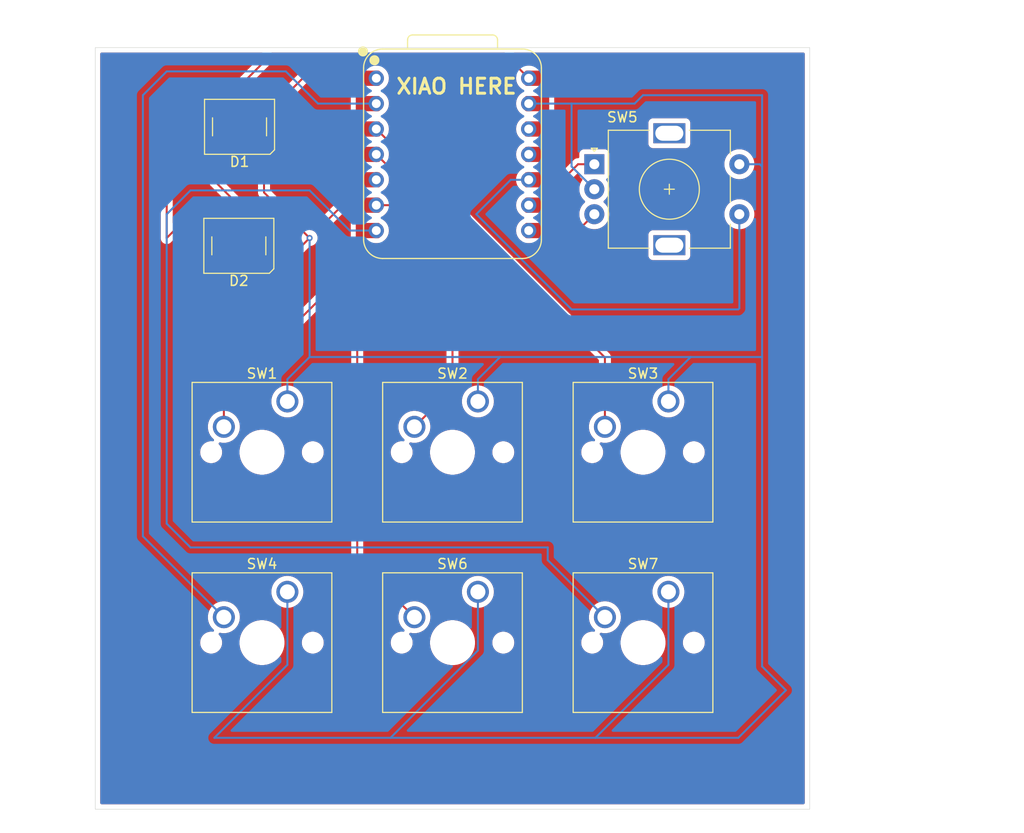
<source format=kicad_pcb>
(kicad_pcb (version 20241229) (generator "pcbnew") (generator_version "9.0")
  (layers (0 "F.Cu" signal) (2 "B.Cu" signal) (13 "F.Paste" user) (15 "B.Paste" user) (5 "F.SilkS" user "F.Silkscreen") (7 "B.SilkS" user "B.Silkscreen") (1 "F.Mask" user) (3 "B.Mask" user) (25 "Edge.Cuts" user))
  (net 0 "")
  (net 1 "GND")
  (net 2 "Net-(D1-DOUT)")
  (net 3 "Net-(D1-DIN)")
  (net 4 "+5V")
  (net 6 "Net-(U1-GPIO6{slash}SDA)")
  (net 7 "Net-(U1-GPIO29{slash}ADC3{slash}A3)")
  (net 8 "Net-(U1-GPIO28{slash}ADC2{slash}A2)")
  (net 9 "Net-(U1-GPIO27{slash}ADC1{slash}A1)")
  (net 10 "Net-(U1-GPIO1{slash}RX)")
  (net 11 "Net-(U1-GPIO4{slash}MISO)")
  (net 12 "Net-(U1-GPIO2{slash}SCK)")
  (net 13 "Net-(U1-GPIO7{slash}SCL)")
  (net 14 "Net-(U1-GPIO0{slash}TX)")
  (footprint "Rotary_Encoder:RotaryEncoder_Alps_EC11E-Switch_Vertical_H20mm" (layer "F.Cu") (at 147.53125 61.675)
    (property "Reference" "SW5" (at 2.8 -4.7 0) (layer "F.SilkS"))
    (property "Value" "RotaryEncoder_Switch")
    (fp_line (start -0.3 -1.6) (end 0.3 -1.6) (stroke (width 0.12)) (layer "F.SilkS"))
    (fp_line (start 0 -1.3) (end -0.3 -1.6) (stroke (width 0.12)) (layer "F.SilkS"))
    (fp_line (start 0.3 -1.6) (end 0 -1.3) (stroke (width 0.12)) (layer "F.SilkS"))
    (fp_line (start 1.4 -3.4) (end 1.4 8.4) (stroke (width 0.12)) (layer "F.SilkS"))
    (fp_line (start 5.5 -3.4) (end 1.4 -3.4) (stroke (width 0.12)) (layer "F.SilkS"))
    (fp_line (start 5.5 8.4) (end 1.4 8.4) (stroke (width 0.12)) (layer "F.SilkS"))
    (fp_line (start 7 2.5) (end 8 2.5) (stroke (width 0.12)) (layer "F.SilkS"))
    (fp_line (start 7.5 2) (end 7.5 3) (stroke (width 0.12)) (layer "F.SilkS"))
    (fp_line (start 9.5 -3.4) (end 13.6 -3.4) (stroke (width 0.12)) (layer "F.SilkS"))
    (fp_line (start 13.6 -3.4) (end 13.6 -1) (stroke (width 0.12)) (layer "F.SilkS"))
    (fp_line (start 13.6 1.2) (end 13.6 3.8) (stroke (width 0.12)) (layer "F.SilkS"))
    (fp_line (start 13.6 6) (end 13.6 8.4) (stroke (width 0.12)) (layer "F.SilkS"))
    (fp_line (start 13.6 8.4) (end 9.5 8.4) (stroke (width 0.12)) (layer "F.SilkS"))
    (fp_circle (center 7.5 2.5) (end 10.5 2.5) (stroke (width 0.12)) (fill no) (layer "F.SilkS"))
    (pad "A" thru_hole rect (at 0 0) (size 2 2) (drill 1) (layers "*.Cu" "*.Mask") (net 12 "Net-(U1-GPIO2{slash}SCK)"))
    (pad "B" thru_hole circle (at 0 5) (size 2 2) (drill 1) (layers "*.Cu" "*.Mask") (net 10 "Net-(U1-GPIO1{slash}RX)"))
    (pad "C" thru_hole circle (at 0 2.5) (size 2 2) (drill 1) (layers "*.Cu" "*.Mask") (net 1 "GND"))
    (pad "MP" thru_hole rect (at 7.5 -3.1) (size 3.2 2) (drill oval 2.8 1.5) (layers "*.Cu" "*.Mask"))
    (pad "MP" thru_hole rect (at 7.5 8.1) (size 3.2 2) (drill oval 2.8 1.5) (layers "*.Cu" "*.Mask"))
    (pad "S1" thru_hole circle (at 14.5 5) (size 2 2) (drill 1) (layers "*.Cu" "*.Mask") (net 11 "Net-(U1-GPIO4{slash}MISO)"))
    (pad "S2" thru_hole circle (at 14.5 0) (size 2 2) (drill 1) (layers "*.Cu" "*.Mask") (net 1 "GND"))
  )
  (footprint "Button_Switch_Keyboard:SW_Cherry_MX_1.00u_PCB" (layer "F.Cu") (at 135.89 104.4575)
    (property "Reference" "SW6" (at -2.54 -2.794 0) (layer "F.SilkS"))
    (property "Value" "SW_Push")
    (fp_line (start -9.525 -1.905) (end 4.445 -1.905) (stroke (width 0.12)) (layer "F.SilkS"))
    (fp_line (start -9.525 12.065) (end -9.525 -1.905) (stroke (width 0.12)) (layer "F.SilkS"))
    (fp_line (start 4.445 -1.905) (end 4.445 12.065) (stroke (width 0.12)) (layer "F.SilkS"))
    (fp_line (start 4.445 12.065) (end -9.525 12.065) (stroke (width 0.12)) (layer "F.SilkS"))
    (pad "" np_thru_hole circle (at -7.62 5.08) (size 1.7 1.7) (drill 1.7) (layers "*.Cu" "*.Mask"))
    (pad "" np_thru_hole circle (at -2.54 5.08) (size 4 4) (drill 4) (layers "*.Cu" "*.Mask"))
    (pad "" np_thru_hole circle (at 2.54 5.08) (size 1.7 1.7) (drill 1.7) (layers "*.Cu" "*.Mask"))
    (pad "1" thru_hole circle (at 0 0) (size 2.2 2.2) (drill 1.5) (layers "*.Cu" "*.Mask") (net 1 "GND"))
    (pad "2" thru_hole circle (at -6.35 2.54) (size 2.2 2.2) (drill 1.5) (layers "*.Cu" "*.Mask") (net 13 "Net-(U1-GPIO7{slash}SCL)"))
  )
  (footprint "Button_Switch_Keyboard:SW_Cherry_MX_1.00u_PCB" (layer "F.Cu") (at 154.94 85.4075)
    (property "Reference" "SW3" (at -2.54 -2.794 0) (layer "F.SilkS"))
    (property "Value" "SW_Push")
    (fp_line (start -9.525 -1.905) (end 4.445 -1.905) (stroke (width 0.12)) (layer "F.SilkS"))
    (fp_line (start -9.525 12.065) (end -9.525 -1.905) (stroke (width 0.12)) (layer "F.SilkS"))
    (fp_line (start 4.445 -1.905) (end 4.445 12.065) (stroke (width 0.12)) (layer "F.SilkS"))
    (fp_line (start 4.445 12.065) (end -9.525 12.065) (stroke (width 0.12)) (layer "F.SilkS"))
    (pad "" np_thru_hole circle (at -7.62 5.08) (size 1.7 1.7) (drill 1.7) (layers "*.Cu" "*.Mask"))
    (pad "" np_thru_hole circle (at -2.54 5.08) (size 4 4) (drill 4) (layers "*.Cu" "*.Mask"))
    (pad "" np_thru_hole circle (at 2.54 5.08) (size 1.7 1.7) (drill 1.7) (layers "*.Cu" "*.Mask"))
    (pad "1" thru_hole circle (at 0 0) (size 2.2 2.2) (drill 1.5) (layers "*.Cu" "*.Mask") (net 1 "GND"))
    (pad "2" thru_hole circle (at -6.35 2.54) (size 2.2 2.2) (drill 1.5) (layers "*.Cu" "*.Mask") (net 8 "Net-(U1-GPIO28{slash}ADC2{slash}A2)"))
  )
  (footprint "LED_SMD:LED_SK6812_PLCC4_5.0x5.0mm_P3.2mm" (layer "F.Cu") (at 112.05625 57.93125 180)
    (property "Reference" "D1" (at 0 -3.5 0) (layer "F.SilkS"))
    (property "Value" "SK6812")
    (fp_line (start 3.5 2.75) (end 3.5 -2.75) (stroke (width 0.12)) (layer "F.SilkS"))
    (fp_line (start 3.5 2.75) (end -3.5 2.75) (stroke (width 0.12)) (layer "F.SilkS"))
    (fp_line (start 3.5 -2.75) (end -3.05 -2.75) (stroke (width 0.12)) (layer "F.SilkS"))
    (fp_line (start 2.7 -0.9) (end 2.7 0.9) (stroke (width 0.12)) (layer "F.SilkS"))
    (fp_line (start -2.7 -0.9) (end -2.7 0.9) (stroke (width 0.12)) (layer "F.SilkS"))
    (fp_line (start -3.05 -2.75) (end -3.5 -2.3) (stroke (width 0.12)) (layer "F.SilkS"))
    (fp_line (start -3.5 -2.3) (end -3.5 2.75) (stroke (width 0.12)) (layer "F.SilkS"))
    (pad "1" smd rect (at -2.45 -1.6) (size 1.5 1) (layers "F.Cu" "F.Mask" "F.Paste") (net 1 "GND"))
    (pad "2" smd rect (at -2.45 1.6) (size 1.5 1) (layers "F.Cu" "F.Mask" "F.Paste") (net 3 "Net-(D1-DIN)"))
    (pad "3" smd rect (at 2.45 1.6) (size 1.5 1) (layers "F.Cu" "F.Mask" "F.Paste") (net 4 "+5V"))
    (pad "4" smd rect (at 2.45 -1.6) (size 1.5 1) (layers "F.Cu" "F.Mask" "F.Paste") (net 2 "Net-(D1-DOUT)"))
  )
  (footprint "Button_Switch_Keyboard:SW_Cherry_MX_1.00u_PCB" (layer "F.Cu") (at 116.84 85.4075)
    (property "Reference" "SW1" (at -2.54 -2.794 0) (layer "F.SilkS"))
    (property "Value" "SW_Push")
    (fp_line (start -9.525 -1.905) (end 4.445 -1.905) (stroke (width 0.12)) (layer "F.SilkS"))
    (fp_line (start -9.525 12.065) (end -9.525 -1.905) (stroke (width 0.12)) (layer "F.SilkS"))
    (fp_line (start 4.445 -1.905) (end 4.445 12.065) (stroke (width 0.12)) (layer "F.SilkS"))
    (fp_line (start 4.445 12.065) (end -9.525 12.065) (stroke (width 0.12)) (layer "F.SilkS"))
    (pad "" np_thru_hole circle (at -7.62 5.08) (size 1.7 1.7) (drill 1.7) (layers "*.Cu" "*.Mask"))
    (pad "" np_thru_hole circle (at -2.54 5.08) (size 4 4) (drill 4) (layers "*.Cu" "*.Mask"))
    (pad "" np_thru_hole circle (at 2.54 5.08) (size 1.7 1.7) (drill 1.7) (layers "*.Cu" "*.Mask"))
    (pad "1" thru_hole circle (at 0 0) (size 2.2 2.2) (drill 1.5) (layers "*.Cu" "*.Mask") (net 1 "GND"))
    (pad "2" thru_hole circle (at -6.35 2.54) (size 2.2 2.2) (drill 1.5) (layers "*.Cu" "*.Mask") (net 6 "Net-(U1-GPIO6{slash}SDA)"))
  )
  (footprint "Button_Switch_Keyboard:SW_Cherry_MX_1.00u_PCB" (layer "F.Cu") (at 116.84 104.4575)
    (property "Reference" "SW4" (at -2.54 -2.794 0) (layer "F.SilkS"))
    (property "Value" "SW_Push")
    (fp_line (start -9.525 -1.905) (end 4.445 -1.905) (stroke (width 0.12)) (layer "F.SilkS"))
    (fp_line (start -9.525 12.065) (end -9.525 -1.905) (stroke (width 0.12)) (layer "F.SilkS"))
    (fp_line (start 4.445 -1.905) (end 4.445 12.065) (stroke (width 0.12)) (layer "F.SilkS"))
    (fp_line (start 4.445 12.065) (end -9.525 12.065) (stroke (width 0.12)) (layer "F.SilkS"))
    (pad "" np_thru_hole circle (at -7.62 5.08) (size 1.7 1.7) (drill 1.7) (layers "*.Cu" "*.Mask"))
    (pad "" np_thru_hole circle (at -2.54 5.08) (size 4 4) (drill 4) (layers "*.Cu" "*.Mask"))
    (pad "" np_thru_hole circle (at 2.54 5.08) (size 1.7 1.7) (drill 1.7) (layers "*.Cu" "*.Mask"))
    (pad "1" thru_hole circle (at 0 0) (size 2.2 2.2) (drill 1.5) (layers "*.Cu" "*.Mask") (net 1 "GND"))
    (pad "2" thru_hole circle (at -6.35 2.54) (size 2.2 2.2) (drill 1.5) (layers "*.Cu" "*.Mask") (net 9 "Net-(U1-GPIO27{slash}ADC1{slash}A1)"))
  )
  (footprint "LED_SMD:LED_SK6812_PLCC4_5.0x5.0mm_P3.2mm" (layer "F.Cu") (at 111.9875 69.8375 180)
    (property "Reference" "D2" (at 0 -3.5 0) (layer "F.SilkS"))
    (property "Value" "SK6812")
    (fp_line (start 3.5 2.75) (end 3.5 -2.75) (stroke (width 0.12)) (layer "F.SilkS"))
    (fp_line (start 3.5 2.75) (end -3.5 2.75) (stroke (width 0.12)) (layer "F.SilkS"))
    (fp_line (start 3.5 -2.75) (end -3.05 -2.75) (stroke (width 0.12)) (layer "F.SilkS"))
    (fp_line (start 2.7 -0.9) (end 2.7 0.9) (stroke (width 0.12)) (layer "F.SilkS"))
    (fp_line (start -2.7 -0.9) (end -2.7 0.9) (stroke (width 0.12)) (layer "F.SilkS"))
    (fp_line (start -3.05 -2.75) (end -3.5 -2.3) (stroke (width 0.12)) (layer "F.SilkS"))
    (fp_line (start -3.5 -2.3) (end -3.5 2.75) (stroke (width 0.12)) (layer "F.SilkS"))
    (pad "1" smd rect (at -2.45 -1.6) (size 1.5 1) (layers "F.Cu" "F.Mask" "F.Paste") (net 1 "GND"))
    (pad "2" smd rect (at -2.45 1.6) (size 1.5 1) (layers "F.Cu" "F.Mask" "F.Paste") (net 2 "Net-(D1-DOUT)"))
    (pad "3" smd rect (at 2.45 1.6) (size 1.5 1) (layers "F.Cu" "F.Mask" "F.Paste") (net 4 "+5V"))
    (pad "4" smd rect (at 2.45 -1.6) (size 1.5 1) (layers "F.Cu" "F.Mask" "F.Paste"))
  )
  (footprint "Button_Switch_Keyboard:SW_Cherry_MX_1.00u_PCB" (layer "F.Cu") (at 135.89 85.4075)
    (property "Reference" "SW2" (at -2.54 -2.794 0) (layer "F.SilkS"))
    (property "Value" "SW_Push")
    (fp_line (start -9.525 -1.905) (end 4.445 -1.905) (stroke (width 0.12)) (layer "F.SilkS"))
    (fp_line (start -9.525 12.065) (end -9.525 -1.905) (stroke (width 0.12)) (layer "F.SilkS"))
    (fp_line (start 4.445 -1.905) (end 4.445 12.065) (stroke (width 0.12)) (layer "F.SilkS"))
    (fp_line (start 4.445 12.065) (end -9.525 12.065) (stroke (width 0.12)) (layer "F.SilkS"))
    (pad "" np_thru_hole circle (at -7.62 5.08) (size 1.7 1.7) (drill 1.7) (layers "*.Cu" "*.Mask"))
    (pad "" np_thru_hole circle (at -2.54 5.08) (size 4 4) (drill 4) (layers "*.Cu" "*.Mask"))
    (pad "" np_thru_hole circle (at 2.54 5.08) (size 1.7 1.7) (drill 1.7) (layers "*.Cu" "*.Mask"))
    (pad "1" thru_hole circle (at 0 0) (size 2.2 2.2) (drill 1.5) (layers "*.Cu" "*.Mask") (net 1 "GND"))
    (pad "2" thru_hole circle (at -6.35 2.54) (size 2.2 2.2) (drill 1.5) (layers "*.Cu" "*.Mask") (net 7 "Net-(U1-GPIO29{slash}ADC3{slash}A3)"))
  )
  (footprint "Button_Switch_Keyboard:SW_Cherry_MX_1.00u_PCB" (layer "F.Cu") (at 154.94 104.4575)
    (property "Reference" "SW7" (at -2.54 -2.794 0) (layer "F.SilkS"))
    (property "Value" "SW_Push")
    (fp_line (start -9.525 -1.905) (end 4.445 -1.905) (stroke (width 0.12)) (layer "F.SilkS"))
    (fp_line (start -9.525 12.065) (end -9.525 -1.905) (stroke (width 0.12)) (layer "F.SilkS"))
    (fp_line (start 4.445 -1.905) (end 4.445 12.065) (stroke (width 0.12)) (layer "F.SilkS"))
    (fp_line (start 4.445 12.065) (end -9.525 12.065) (stroke (width 0.12)) (layer "F.SilkS"))
    (pad "" np_thru_hole circle (at -7.62 5.08) (size 1.7 1.7) (drill 1.7) (layers "*.Cu" "*.Mask"))
    (pad "" np_thru_hole circle (at -2.54 5.08) (size 4 4) (drill 4) (layers "*.Cu" "*.Mask"))
    (pad "" np_thru_hole circle (at 2.54 5.08) (size 1.7 1.7) (drill 1.7) (layers "*.Cu" "*.Mask"))
    (pad "1" thru_hole circle (at 0 0) (size 2.2 2.2) (drill 1.5) (layers "*.Cu" "*.Mask") (net 1 "GND"))
    (pad "2" thru_hole circle (at -6.35 2.54) (size 2.2 2.2) (drill 1.5) (layers "*.Cu" "*.Mask") (net 14 "Net-(U1-GPIO0{slash}TX)"))
  )
  (footprint "OPL:XIAO-RP2040-DIP" (layer "F.Cu") (at 133.35 60.69)
    (property "Reference" "U1" (hide yes))
    (property "Value" "XIAO-RP2040-DIP")
    (fp_line (start -8.89 8.509) (end -8.89 -8.636) (stroke (width 0.127)) (layer "F.SilkS"))
    (fp_line (start -6.985 10.414) (end 6.985 10.414) (stroke (width 0.127)) (layer "F.SilkS"))
    (fp_line (start -4.495 -10.541) (end -4.491272 -11.451272) (stroke (width 0.127)) (layer "F.SilkS"))
    (fp_line (start -3.991272 -11.951) (end 4.004 -11.951) (stroke (width 0.127)) (layer "F.SilkS"))
    (fp_line (start 4.504 -11.451) (end 4.504 -10.541) (stroke (width 0.127)) (layer "F.SilkS"))
    (fp_line (start 6.985 -10.541) (end -6.985 -10.541) (stroke (width 0.1)) (layer "F.SilkS"))
    (fp_line (start 6.985 -10.541) (end -6.985 -10.541) (stroke (width 0.127)) (layer "F.SilkS"))
    (fp_line (start 8.89 8.509) (end 8.89 -8.636) (stroke (width 0.127)) (layer "F.SilkS"))
    (fp_arc (start -8.89 -8.636) (mid -8.332038 -9.983038) (end -6.985 -10.541) (stroke (width 0.127)) (layer "F.SilkS"))
    (fp_arc (start -6.985 10.414) (mid -8.332038 9.856038) (end -8.89 8.509) (stroke (width 0.127)) (layer "F.SilkS"))
    (fp_arc (start -4.491272 -11.451272) (mid -4.344728 -11.80464) (end -3.991272 -11.951) (stroke (width 0.127)) (layer "F.SilkS"))
    (fp_arc (start 4.004 -11.951) (mid 4.357553 -11.804553) (end 4.504 -11.451) (stroke (width 0.127)) (layer "F.SilkS"))
    (fp_arc (start 6.985 -10.541) (mid 8.332038 -9.983038) (end 8.89 -8.636) (stroke (width 0.127)) (layer "F.SilkS"))
    (fp_arc (start 8.89 8.509) (mid 8.332038 9.856038) (end 6.985 10.414) (stroke (width 0.127)) (layer "F.SilkS"))
    (fp_circle (center -8.95 -10.3) (end -8.95 -10.554) (stroke (width 0.5)) (fill yes) (layer "F.SilkS"))
    (fp_circle (center -7.807 -9.42) (end -7.807 -9.674) (stroke (width 0.5)) (fill yes) (layer "F.SilkS"))
    (pad "1" smd roundrect (at -8.455 -7.62 180) (size 2.432 1.524) (layers "F.Cu" "F.Mask") (roundrect_rratio 0.1) (net 3 "Net-(D1-DIN)"))
    (pad "1" thru_hole circle (at -7.62 -7.62 180) (size 1.524 1.524) (drill 0.889) (layers "*.Cu" "*.Mask") (net 3 "Net-(D1-DIN)"))
    (pad "2" smd roundrect (at -8.455 -5.08 180) (size 2.432 1.524) (layers "F.Cu" "F.Mask") (roundrect_rratio 0.1) (net 9 "Net-(U1-GPIO27{slash}ADC1{slash}A1)"))
    (pad "2" thru_hole circle (at -7.62 -5.08 180) (size 1.524 1.524) (drill 0.889) (layers "*.Cu" "*.Mask") (net 9 "Net-(U1-GPIO27{slash}ADC1{slash}A1)"))
    (pad "3" smd roundrect (at -8.455 -2.54 180) (size 2.432 1.524) (layers "F.Cu" "F.Mask") (roundrect_rratio 0.1) (net 8 "Net-(U1-GPIO28{slash}ADC2{slash}A2)"))
    (pad "3" thru_hole circle (at -7.62 -2.54 180) (size 1.524 1.524) (drill 0.889) (layers "*.Cu" "*.Mask") (net 8 "Net-(U1-GPIO28{slash}ADC2{slash}A2)"))
    (pad "4" smd roundrect (at -8.455 0 180) (size 2.432 1.524) (layers "F.Cu" "F.Mask") (roundrect_rratio 0.1) (net 7 "Net-(U1-GPIO29{slash}ADC3{slash}A3)"))
    (pad "4" thru_hole circle (at -7.62 0 180) (size 1.524 1.524) (drill 0.889) (layers "*.Cu" "*.Mask") (net 7 "Net-(U1-GPIO29{slash}ADC3{slash}A3)"))
    (pad "5" smd roundrect (at -8.455 2.54 180) (size 2.432 1.524) (layers "F.Cu" "F.Mask") (roundrect_rratio 0.1) (net 6 "Net-(U1-GPIO6{slash}SDA)"))
    (pad "5" thru_hole circle (at -7.62 2.54 180) (size 1.524 1.524) (drill 0.889) (layers "*.Cu" "*.Mask") (net 6 "Net-(U1-GPIO6{slash}SDA)"))
    (pad "6" smd roundrect (at -8.455 5.08 180) (size 2.432 1.524) (layers "F.Cu" "F.Mask") (roundrect_rratio 0.1) (net 13 "Net-(U1-GPIO7{slash}SCL)"))
    (pad "6" thru_hole circle (at -7.62 5.08 180) (size 1.524 1.524) (drill 0.889) (layers "*.Cu" "*.Mask") (net 13 "Net-(U1-GPIO7{slash}SCL)"))
    (pad "7" smd roundrect (at -8.455 7.62 180) (size 2.432 1.524) (layers "F.Cu" "F.Mask") (roundrect_rratio 0.1) (net 14 "Net-(U1-GPIO0{slash}TX)"))
    (pad "7" thru_hole circle (at -7.62 7.62 180) (size 1.524 1.524) (drill 0.889) (layers "*.Cu" "*.Mask") (net 14 "Net-(U1-GPIO0{slash}TX)"))
    (pad "8" thru_hole circle (at 7.62 7.62) (size 1.524 1.524) (drill 0.889) (layers "*.Cu" "*.Mask") (net 10 "Net-(U1-GPIO1{slash}RX)"))
    (pad "8" smd roundrect (at 8.455 7.62) (size 2.432 1.524) (layers "F.Cu" "F.Mask") (roundrect_rratio 0.1) (net 10 "Net-(U1-GPIO1{slash}RX)"))
    (pad "9" thru_hole circle (at 7.62 5.08) (size 1.524 1.524) (drill 0.889) (layers "*.Cu" "*.Mask") (net 12 "Net-(U1-GPIO2{slash}SCK)"))
    (pad "9" smd roundrect (at 8.455 5.08) (size 2.432 1.524) (layers "F.Cu" "F.Mask") (roundrect_rratio 0.1) (net 12 "Net-(U1-GPIO2{slash}SCK)"))
    (pad "10" thru_hole circle (at 7.62 2.54) (size 1.524 1.524) (drill 0.889) (layers "*.Cu" "*.Mask") (net 11 "Net-(U1-GPIO4{slash}MISO)"))
    (pad "10" smd roundrect (at 8.455 2.54) (size 2.432 1.524) (layers "F.Cu" "F.Mask") (roundrect_rratio 0.1) (net 11 "Net-(U1-GPIO4{slash}MISO)"))
    (pad "11" thru_hole circle (at 7.62 0) (size 1.524 1.524) (drill 0.889) (layers "*.Cu" "*.Mask"))
    (pad "11" smd roundrect (at 8.455 0) (size 2.432 1.524) (layers "F.Cu" "F.Mask") (roundrect_rratio 0.1))
    (pad "12" thru_hole circle (at 7.62 -2.54) (size 1.524 1.524) (drill 0.889) (layers "*.Cu" "*.Mask"))
    (pad "12" smd roundrect (at 8.455 -2.54) (size 2.432 1.524) (layers "F.Cu" "F.Mask") (roundrect_rratio 0.1))
    (pad "13" thru_hole circle (at 7.62 -5.08) (size 1.524 1.524) (drill 0.889) (layers "*.Cu" "*.Mask") (net 1 "GND"))
    (pad "13" smd roundrect (at 8.455 -5.08) (size 2.432 1.524) (layers "F.Cu" "F.Mask") (roundrect_rratio 0.1) (net 1 "GND"))
    (pad "14" thru_hole circle (at 7.62 -7.62) (size 1.524 1.524) (drill 0.889) (layers "*.Cu" "*.Mask") (net 4 "+5V"))
    (pad "14" smd roundrect (at 8.455 -7.62) (size 2.432 1.524) (layers "F.Cu" "F.Mask") (roundrect_rratio 0.1) (net 4 "+5V"))
  )
  (gr_rect (start 97.63125 50.00625) (end 169.06875 126.20625) (stroke (width 0.05)) (fill no) (layer "Edge.Cuts"))
  (gr_text "XIAO HERE\n" (at 127.5875 54.76875 0) (layer "F.SilkS") (effects (font (size 1.5 1.5) (thickness 0.3) (bold yes)) (justify left bottom)))
  (segment (start 116.68125 71.4375) (end 114.4375 71.4375) (width 0.2) (layer "F.Cu") (net 1))
  (segment (start 114.50625 64.5) (end 119.0625 69.05625) (width 0.2) (layer "F.Cu") (net 1))
  (segment (start 142.04763 55.61) (end 140.97 55.61) (width 0.2) (layer "F.Cu") (net 1))
  (segment (start 119.0625 69.05625) (end 116.68125 71.4375) (width 0.2) (layer "F.Cu") (net 1))
  (segment (start 114.50625 59.53125) (end 114.50625 64.5) (width 0.2) (layer "F.Cu") (net 1))
  (via (at 119.0625 69.05625) (size 0.6) (drill 0.3) (layers "F.Cu" "B.Cu") (net 1))
  (segment (start 147.53125 64.175) (end 145.25625 61.9) (width 0.2) (layer "B.Cu") (net 1))
  (segment (start 164.30625 54.76875) (end 152.4 54.76875) (width 0.2) (layer "B.Cu") (net 1))
  (segment (start 138.1125 80.9625) (end 119.0625 80.9625) (width 0.2) (layer "B.Cu") (net 1))
  (segment (start 116.84 104.4575) (end 116.84 111.76) (width 0.2) (layer "B.Cu") (net 1))
  (segment (start 138.1125 80.9625) (end 157.1625 80.9625) (width 0.2) (layer "B.Cu") (net 1))
  (segment (start 164.30625 111.91875) (end 166.6875 114.3) (width 0.2) (layer "B.Cu") (net 1))
  (segment (start 161.925 119.0625) (end 147.6375 119.0625) (width 0.2) (layer "B.Cu") (net 1))
  (segment (start 147.6375 119.0625) (end 127.149816 119.0625) (width 0.2) (layer "B.Cu") (net 1))
  (segment (start 157.1625 80.9625) (end 164.30625 80.9625) (width 0.2) (layer "B.Cu") (net 1))
  (segment (start 127.149816 119.0625) (end 135.89 110.322316) (width 0.2) (layer "B.Cu") (net 1))
  (segment (start 164.06875 61.675) (end 164.30625 61.9125) (width 0.2) (layer "B.Cu") (net 1))
  (segment (start 116.84 111.76) (end 109.5375 119.0625) (width 0.2) (layer "B.Cu") (net 1))
  (segment (start 154.94 83.185) (end 157.1625 80.9625) (width 0.2) (layer "B.Cu") (net 1))
  (segment (start 164.30625 80.9625) (end 164.30625 111.91875) (width 0.2) (layer "B.Cu") (net 1))
  (segment (start 119.0625 80.9625) (end 119.0625 69.05625) (width 0.2) (layer "B.Cu") (net 1))
  (segment (start 135.89 110.322316) (end 135.89 104.4575) (width 0.2) (layer "B.Cu") (net 1))
  (segment (start 116.84 83.185) (end 116.84 85.4075) (width 0.2) (layer "B.Cu") (net 1))
  (segment (start 152.4 54.76875) (end 151.55875 55.61) (width 0.2) (layer "B.Cu") (net 1))
  (segment (start 135.89 83.185) (end 138.1125 80.9625) (width 0.2) (layer "B.Cu") (net 1))
  (segment (start 151.55875 55.61) (end 145.25625 55.61) (width 0.2) (layer "B.Cu") (net 1))
  (segment (start 166.6875 114.3) (end 161.925 119.0625) (width 0.2) (layer "B.Cu") (net 1))
  (segment (start 119.0625 80.9625) (end 116.84 83.185) (width 0.2) (layer "B.Cu") (net 1))
  (segment (start 109.5375 119.0625) (end 127.149816 119.0625) (width 0.2) (layer "B.Cu") (net 1))
  (segment (start 145.25625 61.9) (end 145.25625 55.61) (width 0.2) (layer "B.Cu") (net 1))
  (segment (start 162.03125 61.675) (end 164.06875 61.675) (width 0.2) (layer "B.Cu") (net 1))
  (segment (start 145.25625 55.61) (end 140.97 55.61) (width 0.2) (layer "B.Cu") (net 1))
  (segment (start 154.94 111.76) (end 147.6375 119.0625) (width 0.2) (layer "B.Cu") (net 1))
  (segment (start 164.30625 61.9125) (end 164.30625 80.9625) (width 0.2) (layer "B.Cu") (net 1))
  (segment (start 164.30625 61.9125) (end 164.30625 54.76875) (width 0.2) (layer "B.Cu") (net 1))
  (segment (start 135.89 85.4075) (end 135.89 83.185) (width 0.2) (layer "B.Cu") (net 1))
  (segment (start 154.94 104.4575) (end 154.94 111.76) (width 0.2) (layer "B.Cu") (net 1))
  (segment (start 154.94 85.4075) (end 154.94 83.185) (width 0.2) (layer "B.Cu") (net 1))
  (segment (start 109.60625 59.53125) (end 109.60625 63.40625) (width 0.2) (layer "F.Cu") (net 2))
  (segment (start 109.60625 63.40625) (end 114.4375 68.2375) (width 0.2) (layer "F.Cu") (net 2))
  (segment (start 119.745 53.07) (end 124.895 53.07) (width 0.2) (layer "F.Cu") (net 3))
  (segment (start 115.11875 56.33125) (end 119.0625 52.3875) (width 0.2) (layer "F.Cu") (net 3))
  (segment (start 114.50625 56.33125) (end 115.11875 56.33125) (width 0.2) (layer "F.Cu") (net 3))
  (segment (start 125.73 53.07) (end 124.895 53.07) (width 0.2) (layer "F.Cu") (net 3))
  (segment (start 119.0625 52.3875) (end 119.745 53.07) (width 0.2) (layer "F.Cu") (net 3))
  (segment (start 109.60625 56.33125) (end 115.33025 50.60725) (width 0.2) (layer "F.Cu") (net 4))
  (segment (start 104.775 61.1625) (end 109.60625 56.33125) (width 0.2) (layer "F.Cu") (net 4))
  (segment (start 104.775 69.05625) (end 104.775 61.1625) (width 0.2) (layer "F.Cu") (net 4))
  (segment (start 109.60625 56.33125) (end 109.74375 56.46875) (width 0.2) (layer "F.Cu") (net 4))
  (segment (start 115.33025 50.60725) (end 138.50725 50.60725) (width 0.2) (layer "F.Cu") (net 4))
  (segment (start 109.5375 68.2375) (end 105.59375 68.2375) (width 0.2) (layer "F.Cu") (net 4))
  (segment (start 138.50725 50.60725) (end 140.97 53.07) (width 0.2) (layer "F.Cu") (net 4))
  (segment (start 105.59375 68.2375) (end 104.775 69.05625) (width 0.2) (layer "F.Cu") (net 4))
  (segment (start 124.895 63.23) (end 120.849 67.276) (width 0.2) (layer "F.Cu") (net 6))
  (segment (start 110.33125 88.10625) (end 109.5375 88.10625) (width 0.2) (layer "F.Cu") (net 6))
  (segment (start 110.49 84.7725) (end 110.49 87.9475) (width 0.2) (layer "F.Cu") (net 6))
  (segment (start 120.849 67.276) (end 120.849 74.4135) (width 0.2) (layer "F.Cu") (net 6))
  (segment (start 120.849 74.4135) (end 110.49 84.7725) (width 0.2) (layer "F.Cu") (net 6))
  (segment (start 133.35 84.1375) (end 129.54 87.9475) (width 0.2) (layer "F.Cu") (net 7))
  (segment (start 125.73 60.69) (end 133.35 68.31) (width 0.2) (layer "F.Cu") (net 7))
  (segment (start 133.35 68.31) (end 133.35 84.1375) (width 0.2) (layer "F.Cu") (net 7))
  (segment (start 148.59 87.9475) (end 148.59 81.01) (width 0.2) (layer "F.Cu") (net 8))
  (segment (start 148.59 81.01) (end 125.73 58.15) (width 0.2) (layer "F.Cu") (net 8))
  (segment (start 125.73 55.61) (end 124.895 55.61) (width 0.2) (layer "F.Cu") (net 9))
  (segment (start 102.39375 98.90125) (end 110.49 106.9975) (width 0.2) (layer "B.Cu") (net 9))
  (segment (start 116.68125 52.3875) (end 104.775 52.3875) (width 0.2) (layer "B.Cu") (net 9))
  (segment (start 104.775 52.3875) (end 102.39375 54.76875) (width 0.2) (layer "B.Cu") (net 9))
  (segment (start 119.90375 55.61) (end 116.68125 52.3875) (width 0.2) (layer "B.Cu") (net 9))
  (segment (start 125.73 55.61) (end 119.90375 55.61) (width 0.2) (layer "B.Cu") (net 9))
  (segment (start 102.39375 54.76875) (end 102.39375 98.90125) (width 0.2) (layer "B.Cu") (net 9))
  (segment (start 147.53125 66.675) (end 145.89625 68.31) (width 0.2) (layer "F.Cu") (net 10))
  (segment (start 145.89625 68.31) (end 141.805 68.31) (width 0.2) (layer "F.Cu") (net 10))
  (segment (start 142.04763 63.23) (end 140.97 63.23) (width 0.2) (layer "F.Cu") (net 11))
  (segment (start 139.17625 63.23) (end 140.97 63.23) (width 0.2) (layer "B.Cu") (net 11))
  (segment (start 162.03125 76.09375) (end 161.925 76.2) (width 0.2) (layer "B.Cu") (net 11))
  (segment (start 145.25625 76.2) (end 135.73125 66.675) (width 0.2) (layer "B.Cu") (net 11))
  (segment (start 162.03125 66.675) (end 162.03125 76.09375) (width 0.2) (layer "B.Cu") (net 11))
  (segment (start 161.925 76.2) (end 145.25625 76.2) (width 0.2) (layer "B.Cu") (net 11))
  (segment (start 135.73125 66.675) (end 139.17625 63.23) (width 0.2) (layer "B.Cu") (net 11))
  (segment (start 145.9 61.675) (end 141.805 65.77) (width 0.2) (layer "F.Cu") (net 12))
  (segment (start 147.53125 61.675) (end 145.9 61.675) (width 0.2) (layer "F.Cu") (net 12))
  (segment (start 147.53125 61.675) (end 147.53125 61.80625) (width 0.2) (layer "B.Cu") (net 12))
  (segment (start 147.53125 61.80625) (end 147.6375 61.9125) (width 0.2) (layer "B.Cu") (net 12))
  (segment (start 129.54 106.9975) (end 123.825 101.2825) (width 0.2) (layer "F.Cu") (net 13))
  (segment (start 123.825 76.2) (end 130.96875 69.05625) (width 0.2) (layer "F.Cu") (net 13))
  (segment (start 123.825 101.2825) (end 123.825 76.2) (width 0.2) (layer "F.Cu") (net 13))
  (segment (start 127.6825 65.77) (end 125.73 65.77) (width 0.2) (layer "F.Cu") (net 13))
  (segment (start 130.96875 69.05625) (end 127.6825 65.77) (width 0.2) (layer "F.Cu") (net 13))
  (segment (start 119.0625 64.29375) (end 123.07875 68.31) (width 0.2) (layer "B.Cu") (net 14))
  (segment (start 104.775 66.675) (end 107.15625 64.29375) (width 0.2) (layer "B.Cu") (net 14))
  (segment (start 107.15625 100.0125) (end 104.775 97.63125) (width 0.2) (layer "B.Cu") (net 14))
  (segment (start 104.775 97.63125) (end 104.775 66.675) (width 0.2) (layer "B.Cu") (net 14))
  (segment (start 107.15625 64.29375) (end 119.0625 64.29375) (width 0.2) (layer "B.Cu") (net 14))
  (segment (start 148.59 106.9975) (end 142.875 101.2825) (width 0.2) (layer "B.Cu") (net 14))
  (segment (start 123.07875 68.31) (end 125.73 68.31) (width 0.2) (layer "B.Cu") (net 14))
  (segment (start 142.875 100.0125) (end 107.15625 100.0125) (width 0.2) (layer "B.Cu") (net 14))
  (segment (start 142.875 101.2825) (end 142.875 100.0125) (width 0.2) (layer "B.Cu") (net 14))
  (zone (net 0) (net_name "") (layers "F.Cu" "B.Cu") (connect_pads (clearance 0.5)) (min_thickness 0.25) (fill yes (thermal_gap 0.5) (thermal_bridge_width 0.5) (island_removal_mode 1) (island_area_min 10))
    (polygon (pts (xy 88.10625 128.5875) (xy 190.5 128.5875) (xy 188.11875 45.24375) (xy 88.10625 45.24375)))
  )
)
</source>
